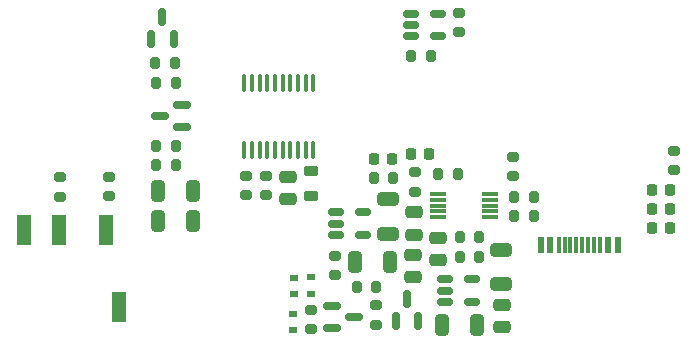
<source format=gbr>
%TF.GenerationSoftware,KiCad,Pcbnew,(6.0.2)*%
%TF.CreationDate,2022-03-18T21:37:06+08:00*%
%TF.ProjectId,Morse_code_PCB,4d6f7273-655f-4636-9f64-655f5043422e,rev?*%
%TF.SameCoordinates,Original*%
%TF.FileFunction,Paste,Top*%
%TF.FilePolarity,Positive*%
%FSLAX46Y46*%
G04 Gerber Fmt 4.6, Leading zero omitted, Abs format (unit mm)*
G04 Created by KiCad (PCBNEW (6.0.2)) date 2022-03-18 21:37:06*
%MOMM*%
%LPD*%
G01*
G04 APERTURE LIST*
G04 Aperture macros list*
%AMRoundRect*
0 Rectangle with rounded corners*
0 $1 Rounding radius*
0 $2 $3 $4 $5 $6 $7 $8 $9 X,Y pos of 4 corners*
0 Add a 4 corners polygon primitive as box body*
4,1,4,$2,$3,$4,$5,$6,$7,$8,$9,$2,$3,0*
0 Add four circle primitives for the rounded corners*
1,1,$1+$1,$2,$3*
1,1,$1+$1,$4,$5*
1,1,$1+$1,$6,$7*
1,1,$1+$1,$8,$9*
0 Add four rect primitives between the rounded corners*
20,1,$1+$1,$2,$3,$4,$5,0*
20,1,$1+$1,$4,$5,$6,$7,0*
20,1,$1+$1,$6,$7,$8,$9,0*
20,1,$1+$1,$8,$9,$2,$3,0*%
G04 Aperture macros list end*
%ADD10RoundRect,0.225000X0.225000X0.250000X-0.225000X0.250000X-0.225000X-0.250000X0.225000X-0.250000X0*%
%ADD11RoundRect,0.200000X-0.275000X0.200000X-0.275000X-0.200000X0.275000X-0.200000X0.275000X0.200000X0*%
%ADD12RoundRect,0.200000X0.200000X0.275000X-0.200000X0.275000X-0.200000X-0.275000X0.200000X-0.275000X0*%
%ADD13RoundRect,0.250000X-0.475000X0.250000X-0.475000X-0.250000X0.475000X-0.250000X0.475000X0.250000X0*%
%ADD14RoundRect,0.150000X0.587500X0.150000X-0.587500X0.150000X-0.587500X-0.150000X0.587500X-0.150000X0*%
%ADD15RoundRect,0.200000X-0.200000X-0.275000X0.200000X-0.275000X0.200000X0.275000X-0.200000X0.275000X0*%
%ADD16R,0.700000X0.600000*%
%ADD17RoundRect,0.218750X0.218750X0.256250X-0.218750X0.256250X-0.218750X-0.256250X0.218750X-0.256250X0*%
%ADD18RoundRect,0.218750X0.381250X-0.218750X0.381250X0.218750X-0.381250X0.218750X-0.381250X-0.218750X0*%
%ADD19RoundRect,0.250000X0.325000X0.650000X-0.325000X0.650000X-0.325000X-0.650000X0.325000X-0.650000X0*%
%ADD20RoundRect,0.250000X-0.650000X0.325000X-0.650000X-0.325000X0.650000X-0.325000X0.650000X0.325000X0*%
%ADD21RoundRect,0.250000X-0.325000X-0.650000X0.325000X-0.650000X0.325000X0.650000X-0.325000X0.650000X0*%
%ADD22RoundRect,0.150000X-0.512500X-0.150000X0.512500X-0.150000X0.512500X0.150000X-0.512500X0.150000X0*%
%ADD23RoundRect,0.250000X0.475000X-0.250000X0.475000X0.250000X-0.475000X0.250000X-0.475000X-0.250000X0*%
%ADD24R,0.600000X1.450000*%
%ADD25R,0.300000X1.450000*%
%ADD26R,1.200000X2.500000*%
%ADD27R,1.400000X0.300000*%
%ADD28RoundRect,0.200000X0.275000X-0.200000X0.275000X0.200000X-0.275000X0.200000X-0.275000X-0.200000X0*%
%ADD29RoundRect,0.100000X0.100000X-0.637500X0.100000X0.637500X-0.100000X0.637500X-0.100000X-0.637500X0*%
%ADD30RoundRect,0.150000X0.150000X-0.587500X0.150000X0.587500X-0.150000X0.587500X-0.150000X-0.587500X0*%
%ADD31RoundRect,0.150000X-0.587500X-0.150000X0.587500X-0.150000X0.587500X0.150000X-0.587500X0.150000X0*%
G04 APERTURE END LIST*
D10*
%TO.C,C2*%
X104975000Y-146100000D03*
X103425000Y-146100000D03*
%TD*%
D11*
%TO.C,R19*%
X110600000Y-133675000D03*
X110600000Y-135325000D03*
%TD*%
D12*
%TO.C,R21*%
X86625000Y-139600000D03*
X84975000Y-139600000D03*
%TD*%
D13*
%TO.C,C4*%
X108820000Y-152750000D03*
X108820000Y-154650000D03*
%TD*%
D14*
%TO.C,Q3*%
X87137500Y-143350000D03*
X87137500Y-141450000D03*
X85262500Y-142400000D03*
%TD*%
D15*
%TO.C,R20*%
X84875000Y-137900000D03*
X86525000Y-137900000D03*
%TD*%
%TO.C,R18*%
X106575000Y-137300000D03*
X108225000Y-137300000D03*
%TD*%
D16*
%TO.C,D1*%
X96570000Y-160570000D03*
X96570000Y-159170000D03*
%TD*%
D17*
%TO.C,D2*%
X128487500Y-150300000D03*
X126912500Y-150300000D03*
%TD*%
D12*
%TO.C,R8*%
X103615000Y-156920000D03*
X101965000Y-156920000D03*
%TD*%
D15*
%TO.C,R17*%
X84975000Y-145000000D03*
X86625000Y-145000000D03*
%TD*%
D10*
%TO.C,C3*%
X108075000Y-145600000D03*
X106525000Y-145600000D03*
%TD*%
D11*
%TO.C,R2*%
X94250000Y-147475000D03*
X94250000Y-149125000D03*
%TD*%
D18*
%TO.C,L1*%
X98050000Y-149212500D03*
X98050000Y-147087500D03*
%TD*%
D19*
%TO.C,C8*%
X104775000Y-154750000D03*
X101825000Y-154750000D03*
%TD*%
D20*
%TO.C,C5*%
X114200000Y-153725000D03*
X114200000Y-156675000D03*
%TD*%
D21*
%TO.C,C13*%
X85125000Y-151350000D03*
X88075000Y-151350000D03*
%TD*%
D19*
%TO.C,C6*%
X112095000Y-160130000D03*
X109145000Y-160130000D03*
%TD*%
D16*
%TO.C,D5*%
X96600000Y-157500000D03*
X96600000Y-156100000D03*
%TD*%
D17*
%TO.C,D3*%
X128487500Y-151940000D03*
X126912500Y-151940000D03*
%TD*%
D11*
%TO.C,R13*%
X115200000Y-145875000D03*
X115200000Y-147525000D03*
%TD*%
D22*
%TO.C,U3*%
X109462500Y-156250000D03*
X109462500Y-157200000D03*
X109462500Y-158150000D03*
X111737500Y-158150000D03*
X111737500Y-156250000D03*
%TD*%
D23*
%TO.C,C9*%
X106700000Y-156050000D03*
X106700000Y-154150000D03*
%TD*%
D15*
%TO.C,R16*%
X84975000Y-146600000D03*
X86625000Y-146600000D03*
%TD*%
D11*
%TO.C,R7*%
X103550000Y-158455000D03*
X103550000Y-160105000D03*
%TD*%
D24*
%TO.C,J1*%
X117550000Y-153315000D03*
X118350000Y-153315000D03*
D25*
X119550000Y-153315000D03*
X120550000Y-153315000D03*
X121050000Y-153315000D03*
X122050000Y-153315000D03*
D24*
X123250000Y-153315000D03*
X124050000Y-153315000D03*
X124050000Y-153315000D03*
X123250000Y-153315000D03*
D25*
X122550000Y-153315000D03*
X121550000Y-153315000D03*
X120050000Y-153315000D03*
X119050000Y-153315000D03*
D24*
X118350000Y-153315000D03*
X117550000Y-153315000D03*
%TD*%
D11*
%TO.C,R6*%
X98100000Y-158825000D03*
X98100000Y-160475000D03*
%TD*%
%TO.C,R24*%
X128850000Y-145375000D03*
X128850000Y-147025000D03*
%TD*%
D15*
%TO.C,R14*%
X108875000Y-147300000D03*
X110525000Y-147300000D03*
%TD*%
D26*
%TO.C,J3*%
X76755000Y-152050000D03*
X73755000Y-152050000D03*
X81855000Y-158550000D03*
X80755000Y-152050000D03*
%TD*%
D13*
%TO.C,C1*%
X96150000Y-147550000D03*
X96150000Y-149450000D03*
%TD*%
D27*
%TO.C,U4*%
X113200000Y-151000000D03*
X113200000Y-150500000D03*
X113200000Y-150000000D03*
X113200000Y-149500000D03*
X113200000Y-149000000D03*
X108800000Y-149000000D03*
X108800000Y-149500000D03*
X108800000Y-150000000D03*
X108800000Y-150500000D03*
X108800000Y-151000000D03*
%TD*%
D11*
%TO.C,R23*%
X80950000Y-147575000D03*
X80950000Y-149225000D03*
%TD*%
D15*
%TO.C,R12*%
X115275000Y-150900000D03*
X116925000Y-150900000D03*
%TD*%
%TO.C,R11*%
X115275000Y-149300000D03*
X116925000Y-149300000D03*
%TD*%
D12*
%TO.C,R10*%
X112325000Y-152700000D03*
X110675000Y-152700000D03*
%TD*%
D28*
%TO.C,R1*%
X92600000Y-149125000D03*
X92600000Y-147475000D03*
%TD*%
D29*
%TO.C,U1*%
X92425000Y-145312500D03*
X93075000Y-145312500D03*
X93725000Y-145312500D03*
X94375000Y-145312500D03*
X95025000Y-145312500D03*
X95675000Y-145312500D03*
X96325000Y-145312500D03*
X96975000Y-145312500D03*
X97625000Y-145312500D03*
X98275000Y-145312500D03*
X98275000Y-139587500D03*
X97625000Y-139587500D03*
X96975000Y-139587500D03*
X96325000Y-139587500D03*
X95675000Y-139587500D03*
X95025000Y-139587500D03*
X94375000Y-139587500D03*
X93725000Y-139587500D03*
X93075000Y-139587500D03*
X92425000Y-139587500D03*
%TD*%
D11*
%TO.C,R22*%
X76850000Y-147600000D03*
X76850000Y-149250000D03*
%TD*%
D16*
%TO.C,D4*%
X98110000Y-156090000D03*
X98110000Y-157490000D03*
%TD*%
D30*
%TO.C,Q4*%
X84550000Y-135937500D03*
X86450000Y-135937500D03*
X85500000Y-134062500D03*
%TD*%
D22*
%TO.C,U6*%
X106562500Y-133750000D03*
X106562500Y-134700000D03*
X106562500Y-135650000D03*
X108837500Y-135650000D03*
X108837500Y-133750000D03*
%TD*%
D12*
%TO.C,R3*%
X105055000Y-147710000D03*
X103405000Y-147710000D03*
%TD*%
D22*
%TO.C,U5*%
X100182500Y-150590000D03*
X100182500Y-151540000D03*
X100182500Y-152490000D03*
X102457500Y-152490000D03*
X102457500Y-150590000D03*
%TD*%
D23*
%TO.C,C7*%
X114260000Y-160290000D03*
X114260000Y-158390000D03*
%TD*%
D17*
%TO.C,D6*%
X128487500Y-148650000D03*
X126912500Y-148650000D03*
%TD*%
D28*
%TO.C,R9*%
X100120000Y-155905000D03*
X100120000Y-154255000D03*
%TD*%
D11*
%TO.C,R4*%
X106850000Y-147175000D03*
X106850000Y-148825000D03*
%TD*%
D30*
%TO.C,Q2*%
X105240000Y-159777500D03*
X107140000Y-159777500D03*
X106190000Y-157902500D03*
%TD*%
D21*
%TO.C,C12*%
X85125000Y-148800000D03*
X88075000Y-148800000D03*
%TD*%
D31*
%TO.C,Q1*%
X99882500Y-158480000D03*
X99882500Y-160380000D03*
X101757500Y-159430000D03*
%TD*%
D20*
%TO.C,C10*%
X104580000Y-149465000D03*
X104580000Y-152415000D03*
%TD*%
D13*
%TO.C,C11*%
X106790000Y-150560000D03*
X106790000Y-152460000D03*
%TD*%
D15*
%TO.C,R5*%
X110675000Y-154400000D03*
X112325000Y-154400000D03*
%TD*%
M02*

</source>
